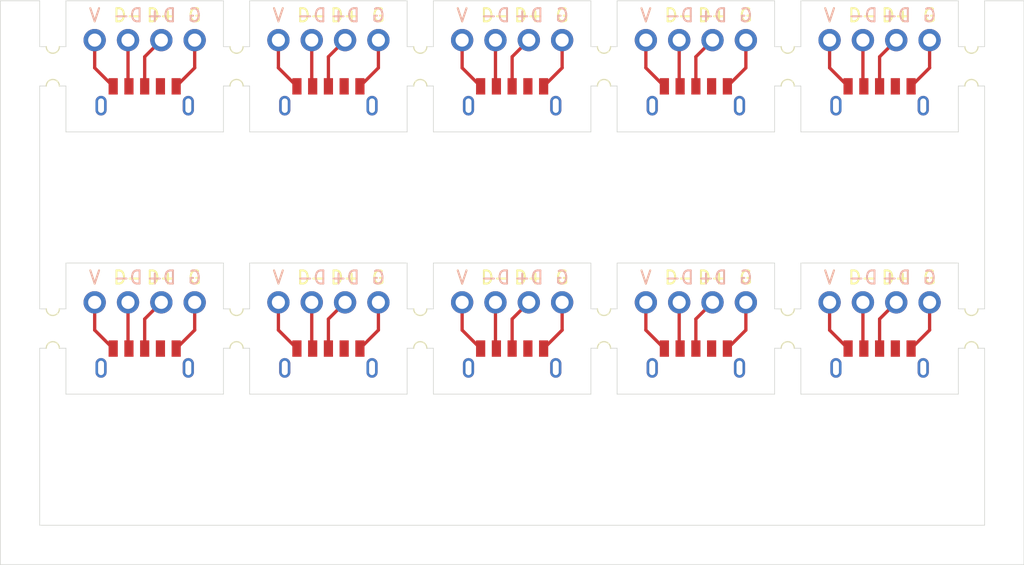
<source format=kicad_pcb>
(kicad_pcb (version 20211014) (generator pcbnew)
  (layers (0 "F.Cu" signal) (31 "B.Cu" signal) (34 "B.Paste" user) (35 "F.Paste" user) (36 "B.SilkS" user "B.Silkscreen") (37 "F.SilkS" user "F.Silkscreen") (38 "B.Mask" user) (39 "F.Mask" user) (44 "Edge.Cuts" user))
  (net 0 "")
  (net 1 "Net-(U1-Pad1)")
  (net 2 "Net-(U1-Pad5)")
  (net 3 "Net-(U1-Pad4)")
  (net 4 "Net-(U1-Pad3)")
  (net 5 "Net-(U1-Pad2)")
  (net 6 "Net-(U1-Pad6)")
  (footprint "htangl:Micro_USB_Male" (layer "F.Cu") (at 58 30)
    (fp_text reference "U1" hide)
    (fp_text value "Male_Micro_USB_Breakout")
    (fp_text user "D-" (at -1.27 -6.89) (layer "B.SilkS") (effects (justify mirror)))
    (fp_text user "D+" (at 1.27 -6.89) (layer "B.SilkS") (effects (justify mirror)))
    (fp_text user "G" (at 3.81 -6.89) (layer "B.SilkS") (effects (justify mirror)))
    (fp_text user "V" (at -3.81 -6.89) (layer "B.SilkS") (effects (justify mirror)))
    (fp_text user "D+" (at 1.27 -6.89) (layer "F.SilkS"))
    (fp_text user "V" (at -3.81 -6.89) (layer "F.SilkS"))
    (fp_text user "G" (at 3.81 -6.89) (layer "F.SilkS"))
    (fp_text user "D-" (at -1.27 -6.89) (layer "F.SilkS"))
    (pad "" np_thru_hole circle locked (at 1.8 0.1) (size 0.9 0.9) (drill 0.9) (layers *.Cu *.Mask))
    (pad "" np_thru_hole circle locked (at -1.8 0.1) (size 0.9 0.9) (drill 0.9) (layers *.Cu *.Mask))
    (pad "1" smd rect locked (at -2.4 -1.475) (size 0.7 1.25) (layers "F.Cu" "F.Paste" "F.Mask"))
    (pad "1" thru_hole circle locked (at -3.81 -5) (size 1.7 1.7) (drill 1) (layers *.Cu *.Mask))
    (pad "2" smd rect locked (at -1.2 -1.475) (size 0.7 1.25) (layers "F.Cu" "F.Paste" "F.Mask"))
    (pad "2" thru_hole circle locked (at -1.27 -5) (size 1.7 1.7) (drill 1) (layers *.Cu *.Mask))
    (pad "3" smd rect locked (at 0 -1.475) (size 0.7 1.25) (layers "F.Cu" "F.Paste" "F.Mask"))
    (pad "3" thru_hole circle locked (at 1.27 -5) (size 1.7 1.7) (drill 1) (layers *.Cu *.Mask))
    (pad "4" smd rect locked (at 1.2 -1.475) (size 0.7 1.25) (layers "F.Cu" "F.Paste" "F.Mask"))
    (pad "5" thru_hole circle locked (at 3.81 -5) (size 1.7 1.7) (drill 1) (layers *.Cu *.Mask))
    (pad "5" smd rect locked (at 2.4 -1.475) (size 0.7 1.25) (layers "F.Cu" "F.Paste" "F.Mask"))
    (pad "6" thru_hole oval locked (at -3.325 0) (size 0.85 1.5) (drill oval 0.45 1.1) (layers *.Cu *.Mask))
    (pad "6" thru_hole oval locked (at 3.325 0) (size 0.85 1.5) (drill oval 0.45 1.1) (layers *.Cu *.Mask))
  )
  (footprint "panelization:mouse-bite-1mm-slot" (layer "F.Cu") (at 65 27 90)
    (fp_text reference "." hide)
    (fp_text value "." hide)
    (fp_arc (start -1.5 -0.5) (mid -1 0) (end -1.5 0.5) (layer "F.SilkS") (width 0.1))
    (fp_arc (start 1.5 0.5) (mid 1 0) (end 1.5 -0.5) (layer "F.SilkS") (width 0.1))
    (pad "" np_thru_hole circle locked (at 0.35 -1 90) (size 0.5 0.5) (drill 0.5) (layers *.Cu *.Mask))
    (pad "" np_thru_hole circle locked (at -1.15 0.75 90) (size 0.5 0.5) (drill 0.5) (layers *.Cu *.Mask))
    (pad "" np_thru_hole circle locked (at 0.35 1 90) (size 0.5 0.5) (drill 0.5) (layers *.Cu *.Mask))
    (pad "" np_thru_hole circle locked (at 1.15 0.75 90) (size 0.5 0.5) (drill 0.5) (layers *.Cu *.Mask))
    (pad "" np_thru_hole circle locked (at 1.15 -0.75 90) (size 0.5 0.5) (drill 0.5) (layers *.Cu *.Mask))
    (pad "" np_thru_hole circle locked (at -0.35 1 90) (size 0.5 0.5) (drill 0.5) (layers *.Cu *.Mask))
    (pad "" np_thru_hole circle locked (at -1.15 -0.75 90) (size 0.5 0.5) (drill 0.5) (layers *.Cu *.Mask))
    (pad "" np_thru_hole circle locked (at -0.35 -1 90) (size 0.5 0.5) (drill 0.5) (layers *.Cu *.Mask))
  )
  (footprint "htangl:Micro_USB_Male" (layer "F.Cu") (at 86 30)
    (fp_text reference "U1" hide)
    (fp_text value "Male_Micro_USB_Breakout")
    (fp_text user "G" (at 3.81 -6.89) (layer "B.SilkS") (effects (justify mirror)))
    (fp_text user "D+" (at 1.27 -6.89) (layer "B.SilkS") (effects (justify mirror)))
    (fp_text user "D-" (at -1.27 -6.89) (layer "B.SilkS") (effects (justify mirror)))
    (fp_text user "V" (at -3.81 -6.89) (layer "B.SilkS") (effects (justify mirror)))
    (fp_text user "G" (at 3.81 -6.89) (layer "F.SilkS"))
    (fp_text user "D-" (at -1.27 -6.89) (layer "F.SilkS"))
    (fp_text user "D+" (at 1.27 -6.89) (layer "F.SilkS"))
    (fp_text user "V" (at -3.81 -6.89) (layer "F.SilkS"))
    (pad "" np_thru_hole circle locked (at -1.8 0.1) (size 0.9 0.9) (drill 0.9) (layers *.Cu *.Mask))
    (pad "" np_thru_hole circle locked (at 1.8 0.1) (size 0.9 0.9) (drill 0.9) (layers *.Cu *.Mask))
    (pad "1" thru_hole circle locked (at -3.81 -5) (size 1.7 1.7) (drill 1) (layers *.Cu *.Mask))
    (pad "1" smd rect locked (at -2.4 -1.475) (size 0.7 1.25) (layers "F.Cu" "F.Paste" "F.Mask"))
    (pad "2" thru_hole circle locked (at -1.27 -5) (size 1.7 1.7) (drill 1) (layers *.Cu *.Mask))
    (pad "2" smd rect locked (at -1.2 -1.475) (size 0.7 1.25) (layers "F.Cu" "F.Paste" "F.Mask"))
    (pad "3" thru_hole circle locked (at 1.27 -5) (size 1.7 1.7) (drill 1) (layers *.Cu *.Mask))
    (pad "3" smd rect locked (at 0 -1.475) (size 0.7 1.25) (layers "F.Cu" "F.Paste" "F.Mask"))
    (pad "4" smd rect locked (at 1.2 -1.475) (size 0.7 1.25) (layers "F.Cu" "F.Paste" "F.Mask"))
    (pad "5" thru_hole circle locked (at 3.81 -5) (size 1.7 1.7) (drill 1) (layers *.Cu *.Mask))
    (pad "5" smd rect locked (at 2.4 -1.475) (size 0.7 1.25) (layers "F.Cu" "F.Paste" "F.Mask"))
    (pad "6" thru_hole oval locked (at -3.325 0) (size 0.85 1.5) (drill oval 0.45 1.1) (layers *.Cu *.Mask))
    (pad "6" thru_hole oval locked (at 3.325 0) (size 0.85 1.5) (drill oval 0.45 1.1) (layers *.Cu *.Mask))
  )
  (footprint "panelization:mouse-bite-1mm-slot" (layer "F.Cu") (at 79 27 90)
    (fp_text reference "." hide)
    (fp_text value "." hide)
    (fp_arc (start -1.5 -0.5) (mid -1 0) (end -1.5 0.5) (layer "F.SilkS") (width 0.1))
    (fp_arc (start 1.5 0.5) (mid 1 0) (end 1.5 -0.5) (layer "F.SilkS") (width 0.1))
    (pad "" np_thru_hole circle locked (at 1.15 0.75 90) (size 0.5 0.5) (drill 0.5) (layers *.Cu *.Mask))
    (pad "" np_thru_hole circle locked (at -1.15 -0.75 90) (size 0.5 0.5) (drill 0.5) (layers *.Cu *.Mask))
    (pad "" np_thru_hole circle locked (at 1.15 -0.75 90) (size 0.5 0.5) (drill 0.5) (layers *.Cu *.Mask))
    (pad "" np_thru_hole circle locked (at -1.15 0.75 90) (size 0.5 0.5) (drill 0.5) (layers *.Cu *.Mask))
    (pad "" np_thru_hole circle locked (at -0.35 -1 90) (size 0.5 0.5) (drill 0.5) (layers *.Cu *.Mask))
    (pad "" np_thru_hole circle locked (at -0.35 1 90) (size 0.5 0.5) (drill 0.5) (layers *.Cu *.Mask))
    (pad "" np_thru_hole circle locked (at 0.35 1 90) (size 0.5 0.5) (drill 0.5) (layers *.Cu *.Mask))
    (pad "" np_thru_hole circle locked (at 0.35 -1 90) (size 0.5 0.5) (drill 0.5) (layers *.Cu *.Mask))
  )
  (footprint "panelization:mouse-bite-1mm-slot" (layer "F.Cu") (at 93 27 90)
    (fp_text reference "." hide)
    (fp_text value "." hide)
    (fp_arc (start -1.5 -0.5) (mid -1 0) (end -1.5 0.5) (layer "F.SilkS") (width 0.1))
    (fp_arc (start 1.5 0.5) (mid 1 0) (end 1.5 -0.5) (layer "F.SilkS") (width 0.1))
    (pad "" np_thru_hole circle locked (at -1.15 -0.75 90) (size 0.5 0.5) (drill 0.5) (layers *.Cu *.Mask))
    (pad "" np_thru_hole circle locked (at 0.35 1 90) (size 0.5 0.5) (drill 0.5) (layers *.Cu *.Mask))
    (pad "" np_thru_hole circle locked (at 1.15 -0.75 90) (size 0.5 0.5) (drill 0.5) (layers *.Cu *.Mask))
    (pad "" np_thru_hole circle locked (at 0.35 -1 90) (size 0.5 0.5) (drill 0.5) (layers *.Cu *.Mask))
    (pad "" np_thru_hole circle locked (at 1.15 0.75 90) (size 0.5 0.5) (drill 0.5) (layers *.Cu *.Mask))
    (pad "" np_thru_hole circle locked (at -1.15 0.75 90) (size 0.5 0.5) (drill 0.5) (layers *.Cu *.Mask))
    (pad "" np_thru_hole circle locked (at -0.35 1 90) (size 0.5 0.5) (drill 0.5) (layers *.Cu *.Mask))
    (pad "" np_thru_hole circle locked (at -0.35 -1 90) (size 0.5 0.5) (drill 0.5) (layers *.Cu *.Mask))
  )
  (footprint "htangl:Micro_USB_Male" (layer "F.Cu") (at 58 50)
    (fp_text reference "U1" hide)
    (fp_text value "Male_Micro_USB_Breakout")
    (fp_text user "D+" (at 1.27 -6.89) (layer "B.SilkS") (effects (justify mirror)))
    (fp_text user "G" (at 3.81 -6.89) (layer "B.SilkS") (effects (justify mirror)))
    (fp_text user "V" (at -3.81 -6.89) (layer "B.SilkS") (effects (justify mirror)))
    (fp_text user "D-" (at -1.27 -6.89) (layer "B.SilkS") (effects (justify mirror)))
    (fp_text user "D+" (at 1.27 -6.89) (layer "F.SilkS"))
    (fp_text user "G" (at 3.81 -6.89) (layer "F.SilkS"))
    (fp_text user "V" (at -3.81 -6.89) (layer "F.SilkS"))
    (fp_text user "D-" (at -1.27 -6.89) (layer "F.SilkS"))
    (pad "" np_thru_hole circle locked (at -1.8 0.1) (size 0.9 0.9) (drill 0.9) (layers *.Cu *.Mask))
    (pad "" np_thru_hole circle locked (at 1.8 0.1) (size 0.9 0.9) (drill 0.9) (layers *.Cu *.Mask))
    (pad "1" smd rect locked (at -2.4 -1.475) (size 0.7 1.25) (layers "F.Cu" "F.Paste" "F.Mask"))
    (pad "1" thru_hole circle locked (at -3.81 -5) (size 1.7 1.7) (drill 1) (layers *.Cu *.Mask))
    (pad "2" smd rect locked (at -1.2 -1.475) (size 0.7 1.25) (layers "F.Cu" "F.Paste" "F.Mask"))
    (pad "2" thru_hole circle locked (at -1.27 -5) (size 1.7 1.7) (drill 1) (layers *.Cu *.Mask))
    (pad "3" smd rect locked (at 0 -1.475) (size 0.7 1.25) (layers "F.Cu" "F.Paste" "F.Mask"))
    (pad "3" thru_hole circle locked (at 1.27 -5) (size 1.7 1.7) (drill 1) (layers *.Cu *.Mask))
    (pad "4" smd rect locked (at 1.2 -1.475) (size 0.7 1.25) (layers "F.Cu" "F.Paste" "F.Mask"))
    (pad "5" thru_hole circle locked (at 3.81 -5) (size 1.7 1.7) (drill 1) (layers *.Cu *.Mask))
    (pad "5" smd rect locked (at 2.4 -1.475) (size 0.7 1.25) (layers "F.Cu" "F.Paste" "F.Mask"))
    (pad "6" thru_hole oval locked (at 3.325 0) (size 0.85 1.5) (drill oval 0.45 1.1) (layers *.Cu *.Mask))
    (pad "6" thru_hole oval locked (at -3.325 0) (size 0.85 1.5) (drill oval 0.45 1.1) (layers *.Cu *.Mask))
  )
  (footprint "panelization:mouse-bite-1mm-slot" (layer "F.Cu") (at 51 47 90)
    (fp_text reference "." hide)
    (fp_text value "." hide)
    (fp_arc (start -1.5 -0.5) (mid -1 0) (end -1.5 0.5) (layer "F.SilkS") (width 0.1))
    (fp_arc (start 1.5 0.5) (mid 1 0) (end 1.5 -0.5) (layer "F.SilkS") (width 0.1))
    (pad "" np_thru_hole circle locked (at -1.15 -0.75 90) (size 0.5 0.5) (drill 0.5) (layers *.Cu *.Mask))
    (pad "" np_thru_hole circle locked (at -0.35 1 90) (size 0.5 0.5) (drill 0.5) (layers *.Cu *.Mask))
    (pad "" np_thru_hole circle locked (at -0.35 -1 90) (size 0.5 0.5) (drill 0.5) (layers *.Cu *.Mask))
    (pad "" np_thru_hole circle locked (at 0.35 -1 90) (size 0.5 0.5) (drill 0.5) (layers *.Cu *.Mask))
    (pad "" np_thru_hole circle locked (at 1.15 -0.75 90) (size 0.5 0.5) (drill 0.5) (layers *.Cu *.Mask))
    (pad "" np_thru_hole circle locked (at 1.15 0.75 90) (size 0.5 0.5) (drill 0.5) (layers *.Cu *.Mask))
    (pad "" np_thru_hole circle locked (at -1.15 0.75 90) (size 0.5 0.5) (drill 0.5) (layers *.Cu *.Mask))
    (pad "" np_thru_hole circle locked (at 0.35 1 90) (size 0.5 0.5) (drill 0.5) (layers *.Cu *.Mask))
  )
  (footprint "htangl:Micro_USB_Male" (layer "F.Cu") (at 72 50)
    (fp_text reference "U1" hide)
    (fp_text value "Male_Micro_USB_Breakout")
    (fp_text user "D+" (at 1.27 -6.89) (layer "B.SilkS") (effects (justify mirror)))
    (fp_text user "G" (at 3.81 -6.89) (layer "B.SilkS") (effects (justify mirror)))
    (fp_text user "D-" (at -1.27 -6.89) (layer "B.SilkS") (effects (justify mirror)))
    (fp_text user "V" (at -3.81 -6.89) (layer "B.SilkS") (effects (justify mirror)))
    (fp_text user "D-" (at -1.27 -6.89) (layer "F.SilkS"))
    (fp_text user "G" (at 3.81 -6.89) (layer "F.SilkS"))
    (fp_text user "V" (at -3.81 -6.89) (layer "F.SilkS"))
    (fp_text user "D+" (at 1.27 -6.89) (layer "F.SilkS"))
    (pad "" np_thru_hole circle locked (at 1.8 0.1) (size 0.9 0.9) (drill 0.9) (layers *.Cu *.Mask))
    (pad "" np_thru_hole circle locked (at -1.8 0.1) (size 0.9 0.9) (drill 0.9) (layers *.Cu *.Mask))
    (pad "1" thru_hole circle locked (at -3.81 -5) (size 1.7 1.7) (drill 1) (layers *.Cu *.Mask))
    (pad "1" smd rect locked (at -2.4 -1.475) (size 0.7 1.25) (layers "F.Cu" "F.Paste" "F.Mask"))
    (pad "2" smd rect locked (at -1.2 -1.475) (size 0.7 1.25) (layers "F.Cu" "F.Paste" "F.Mask"))
    (pad "2" thru_hole circle locked (at -1.27 -5) (size 1.7 1.7) (drill 1) (layers *.Cu *.Mask))
    (pad "3" thru_hole circle locked (at 1.27 -5) (size 1.7 1.7) (drill 1) (layers *.Cu *.Mask))
    (pad "3" smd rect locked (at 0 -1.475) (size 0.7 1.25) (layers "F.Cu" "F.Paste" "F.Mask"))
    (pad "4" smd rect locked (at 1.2 -1.475) (size 0.7 1.25) (layers "F.Cu" "F.Paste" "F.Mask"))
    (pad "5" smd rect locked (at 2.4 -1.475) (size 0.7 1.25) (layers "F.Cu" "F.Paste" "F.Mask"))
    (pad "5" thru_hole circle locked (at 3.81 -5) (size 1.7 1.7) (drill 1) (layers *.Cu *.Mask))
    (pad "6" thru_hole oval locked (at 3.325 0) (size 0.85 1.5) (drill oval 0.45 1.1) (layers *.Cu *.Mask))
    (pad "6" thru_hole oval locked (at -3.325 0) (size 0.85 1.5) (drill oval 0.45 1.1) (layers *.Cu *.Mask))
  )
  (footprint "htangl:Micro_USB_Male" (layer "F.Cu") (at 86 50)
    (fp_text reference "U1" hide)
    (fp_text value "Male_Micro_USB_Breakout")
    (fp_text user "D+" (at 1.27 -6.89) (layer "B.SilkS") (effects (justify mirror)))
    (fp_text user "G" (at 3.81 -6.89) (layer "B.SilkS") (effects (justify mirror)))
    (fp_text user "D-" (at -1.27 -6.89) (layer "B.SilkS") (effects (justify mirror)))
    (fp_text user "V" (at -3.81 -6.89) (layer "B.SilkS") (effects (justify mirror)))
    (fp_text user "G" (at 3.81 -6.89) (layer "F.SilkS"))
    (fp_text user "V" (at -3.81 -6.89) (layer "F.SilkS"))
    (fp_text user "D-" (at -1.27 -6.89) (layer "F.SilkS"))
    (fp_text user "D+" (at 1.27 -6.89) (layer "F.SilkS"))
    (pad "" np_thru_hole circle locked (at -1.8 0.1) (size 0.9 0.9) (drill 0.9) (layers *.Cu *.Mask))
    (pad "" np_thru_hole circle locked (at 1.8 0.1) (size 0.9 0.9) (drill 0.9) (layers *.Cu *.Mask))
    (pad "1" thru_hole circle locked (at -3.81 -5) (size 1.7 1.7) (drill 1) (layers *.Cu *.Mask))
    (pad "1" smd rect locked (at -2.4 -1.475) (size 0.7 1.25) (layers "F.Cu" "F.Paste" "F.Mask"))
    (pad "2" smd rect locked (at -1.2 -1.475) (size 0.7 1.25) (layers "F.Cu" "F.Paste" "F.Mask"))
    (pad "2" thru_hole circle locked (at -1.27 -5) (size 1.7 1.7) (drill 1) (layers *.Cu *.Mask))
    (pad "3" thru_hole circle locked (at 1.27 -5) (size 1.7 1.7) (drill 1) (layers *.Cu *.Mask))
    (pad "3" smd rect locked (at 0 -1.475) (size 0.7 1.25) (layers "F.Cu" "F.Paste" "F.Mask"))
    (pad "4" smd rect locked (at 1.2 -1.475) (size 0.7 1.25) (layers "F.Cu" "F.Paste" "F.Mask"))
    (pad "5" smd rect locked (at 2.4 -1.475) (size 0.7 1.25) (layers "F.Cu" "F.Paste" "F.Mask"))
    (pad "5" thru_hole circle locked (at 3.81 -5) (size 1.7 1.7) (drill 1) (layers *.Cu *.Mask))
    (pad "6" thru_hole oval locked (at 3.325 0) (size 0.85 1.5) (drill oval 0.45 1.1) (layers *.Cu *.Mask))
    (pad "6" thru_hole oval locked (at -3.325 0) (size 0.85 1.5) (drill oval 0.45 1.1) (layers *.Cu *.Mask))
  )
  (footprint "htangl:Micro_USB_Male" (layer "F.Cu") (at 44 50)
    (fp_text reference "U1" hide)
    (fp_text value "Male_Micro_USB_Breakout")
    (fp_text user "V" (at -3.81 -6.89) (layer "B.SilkS") (effects (justify mirror)))
    (fp_text user "G" (at 3.81 -6.89) (layer "B.SilkS") (effects (justify mirror)))
    (fp_text user "D+" (at 1.27 -6.89) (layer "B.SilkS") (effects (justify mirror)))
    (fp_text user "D-" (at -1.27 -6.89) (layer "B.SilkS") (effects (justify mirror)))
    (fp_text user "D-" (at -1.27 -6.89) (layer "F.SilkS"))
    (fp_text user "V" (at -3.81 -6.89) (layer "F.SilkS"))
    (fp_text user "G" (at 3.81 -6.89) (layer "F.SilkS"))
    (fp_text user "D+" (at 1.27 -6.89) (layer "F.SilkS"))
    (pad "" np_thru_hole circle locked (at -1.8 0.1) (size 0.9 0.9) (drill 0.9) (layers *.Cu *.Mask))
    (pad "" np_thru_hole circle locked (at 1.8 0.1) (size 0.9 0.9) (drill 0.9) (layers *.Cu *.Mask))
    (pad "1" thru_hole circle locked (at -3.81 -5) (size 1.7 1.7) (drill 1) (layers *.Cu *.Mask))
    (pad "1" smd rect locked (at -2.4 -1.475) (size 0.7 1.25) (layers "F.Cu" "F.Paste" "F.Mask"))
    (pad "2" smd rect locked (at -1.2 -1.475) (size 0.7 1.25) (layers "F.Cu" "F.Paste" "F.Mask"))
    (pad "2" thru_hole circle locked (at -1.27 -5) (size 1.7 1.7) (drill 1) (layers *.Cu *.Mask))
    (pad "3" thru_hole circle locked (at 1.27 -5) (size 1.7 1.7) (drill 1) (layers *.Cu *.Mask))
    (pad "3" smd rect locked (at 0 -1.475) (size 0.7 1.25) (layers "F.Cu" "F.Paste" "F.Mask"))
    (pad "4" smd rect locked (at 1.2 -1.475) (size 0.7 1.25) (layers "F.Cu" "F.Paste" "F.Mask"))
    (pad "5" thru_hole circle locked (at 3.81 -5) (size 1.7 1.7) (drill 1) (layers *.Cu *.Mask))
    (pad "5" smd rect locked (at 2.4 -1.475) (size 0.7 1.25) (layers "F.Cu" "F.Paste" "F.Mask"))
    (pad "6" thru_hole oval locked (at -3.325 0) (size 0.85 1.5) (drill oval 0.45 1.1) (layers *.Cu *.Mask))
    (pad "6" thru_hole oval locked (at 3.325 0) (size 0.85 1.5) (drill oval 0.45 1.1) (layers *.Cu *.Mask))
  )
  (footprint "panelization:mouse-bite-1mm-slot" (layer "F.Cu") (at 65 47 90)
    (fp_text reference "." hide)
    (fp_text value "." hide)
    (fp_arc (start 1.5 0.5) (mid 1 0) (end 1.5 -0.5) (layer "F.SilkS") (width 0.1))
    (fp_arc (start -1.5 -0.5) (mid -1 0) (end -1.5 0.5) (layer "F.SilkS") (width 0.1))
    (pad "" np_thru_hole circle locked (at 0.35 1 90) (size 0.5 0.5) (drill 0.5) (layers *.Cu *.Mask))
    (pad "" np_thru_hole circle locked (at 1.15 -0.75 90) (size 0.5 0.5) (drill 0.5) (layers *.Cu *.Mask))
    (pad "" np_thru_hole circle locked (at 0.35 -1 90) (size 0.5 0.5) (drill 0.5) (layers *.Cu *.Mask))
    (pad "" np_thru_hole circle locked (at -0.35 -1 90) (size 0.5 0.5) (drill 0.5) (layers *.Cu *.Mask))
    (pad "" np_thru_hole circle locked (at -1.15 -0.75 90) (size 0.5 0.5) (drill 0.5) (layers *.Cu *.Mask))
    (pad "" np_thru_hole circle locked (at -0.35 1 90) (size 0.5 0.5) (drill 0.5) (layers *.Cu *.Mask))
    (pad "" np_thru_hole circle locked (at 1.15 0.75 90) (size 0.5 0.5) (drill 0.5) (layers *.Cu *.Mask))
    (pad "" np_thru_hole circle locked (at -1.15 0.75 90) (size 0.5 0.5) (drill 0.5) (layers *.Cu *.Mask))
  )
  (footprint "htangl:Micro_USB_Male" (layer "F.Cu") (at 30 50)
    (fp_text reference "U1" hide)
    (fp_text value "Male_Micro_USB_Breakout")
    (fp_text user "D-" (at -1.27 -6.89) (layer "B.SilkS") (effects (justify mirror)))
    (fp_text user "G" (at 3.81 -6.89) (layer "B.SilkS") (effects (justify mirror)))
    (fp_text user "V" (at -3.81 -6.89) (layer "B.SilkS") (effects (justify mirror)))
    (fp_text user "D+" (at 1.27 -6.89) (layer "B.SilkS") (effects (justify mirror)))
    (fp_text user "D-" (at -1.27 -6.89) (layer "F.SilkS"))
    (fp_text user "D+" (at 1.27 -6.89) (layer "F.SilkS"))
    (fp_text user "G" (at 3.81 -6.89) (layer "F.SilkS"))
    (fp_text user "V" (at -3.81 -6.89) (layer "F.SilkS"))
    (pad "" np_thru_hole circle locked (at 1.8 0.1) (size 0.9 0.9) (drill 0.9) (layers *.Cu *.Mask))
    (pad "" np_thru_hole circle locked (at -1.8 0.1) (size 0.9 0.9) (drill 0.9) (layers *.Cu *.Mask))
    (pad "1" smd rect locked (at -2.4 -1.475) (size 0.7 1.25) (layers "F.Cu" "F.Paste" "F.Mask"))
    (pad "1" thru_hole circle locked (at -3.81 -5) (size 1.7 1.7) (drill 1) (layers *.Cu *.Mask))
    (pad "2" thru_hole circle locked (at -1.27 -5) (size 1.7 1.7) (drill 1) (layers *.Cu *.Mask))
    (pad "2" smd rect locked (at -1.2 -1.475) (size 0.7 1.25) (layers "F.Cu" "F.Paste" "F.Mask"))
    (pad "3" thru_hole circle locked (at 1.27 -5) (size 1.7 1.7) (drill 1) (layers *.Cu *.Mask))
    (pad "3" smd rect locked (at 0 -1.475) (size 0.7 1.25) (layers "F.Cu" "F.Paste" "F.Mask"))
    (pad "4" smd rect locked (at 1.2 -1.475) (size 0.7 1.25) (layers "F.Cu" "F.Paste" "F.Mask"))
    (pad "5" smd rect locked (at 2.4 -1.475) (size 0.7 1.25) (layers "F.Cu" "F.Paste" "F.Mask"))
    (pad "5" thru_hole circle locked (at 3.81 -5) (size 1.7 1.7) (drill 1) (layers *.Cu *.Mask))
    (pad "6" thru_hole oval locked (at -3.325 0) (size 0.85 1.5) (drill oval 0.45 1.1) (layers *.Cu *.Mask))
    (pad "6" thru_hole oval locked (at 3.325 0) (size 0.85 1.5) (drill oval 0.45 1.1) (layers *.Cu *.Mask))
  )
  (footprint "panelization:mouse-bite-1mm-slot" (layer "F.Cu") (at 79 47 90)
    (fp_text reference "." hide)
    (fp_text value "." hide)
    (fp_arc (start 1.5 0.5) (mid 1 0) (end 1.5 -0.5) (layer "F.SilkS") (width 0.1))
    (fp_arc (start -1.5 -0.5) (mid -1 0) (end -1.5 0.5) (layer "F.SilkS") (width 0.1))
    (pad "" np_thru_hole circle locked (at 1.15 -0.75 90) (size 0.5 0.5) (drill 0.5) (layers *.Cu *.Mask))
    (pad "" np_thru_hole circle locked (at 1.15 0.75 90) (size 0.5 0.5) (drill 0.5) (layers *.Cu *.Mask))
    (pad "" np_thru_hole circle locked (at 0.35 -1 90) (size 0.5 0.5) (drill 0.5) (layers *.Cu *.Mask))
    (pad "" np_thru_hole circle locked (at -0.35 -1 90) (size 0.5 0.5) (drill 0.5) (layers *.Cu *.Mask))
    (pad "" np_thru_hole circle locked (at -1.15 -0.75 90) (size 0.5 0.5) (drill 0.5) (layers *.Cu *.Mask))
    (pad "" np_thru_hole circle locked (at -1.15 0.75 90) (size 0.5 0.5) (drill 0.5) (layers *.Cu *.Mask))
    (pad "" np_thru_hole circle locked (at -0.35 1 90) (size 0.5 0.5) (drill 0.5) (layers *.Cu *.Mask))
    (pad "" np_thru_hole circle locked (at 0.35 1 90) (size 0.5 0.5) (drill 0.5) (layers *.Cu *.Mask))
  )
  (footprint "panelization:mouse-bite-1mm-slot" (layer "F.Cu") (at 37 47 90)
    (fp_text reference "." hide)
    (fp_text value "." hide)
    (fp_arc (start 1.5 0.5) (mid 1 0) (end 1.5 -0.5) (layer "F.SilkS") (width 0.1))
    (fp_arc (start -1.5 -0.5) (mid -1 0) (end -1.5 0.5) (layer "F.SilkS") (width 0.1))
    (pad "" np_thru_hole circle locked (at -0.35 -1 90) (size 0.5 0.5) (drill 0.5) (layers *.Cu *.Mask))
    (pad "" np_thru_hole circle locked (at -0.35 1 90) (size 0.5 0.5) (drill 0.5) (layers *.Cu *.Mask))
    (pad "" np_thru_hole circle locked (at 1.15 -0.75 90) (size 0.5 0.5) (drill 0.5) (layers *.Cu *.Mask))
    (pad "" np_thru_hole circle locked (at -1.15 -0.75 90) (size 0.5 0.5) (drill 0.5) (layers *.Cu *.Mask))
    (pad "" np_thru_hole circle locked (at 1.15 0.75 90) (size 0.5 0.5) (drill 0.5) (layers *.Cu *.Mask))
    (pad "" np_thru_hole circle locked (at -1.15 0.75 90) (size 0.5 0.5) (drill 0.5) (layers *.Cu *.Mask))
    (pad "" np_thru_hole circle locked (at 0.35 -1 90) (size 0.5 0.5) (drill 0.5) (layers *.Cu *.Mask))
    (pad "" np_thru_hole circle locked (at 0.35 1 90) (size 0.5 0.5) (drill 0.5) (layers *.Cu *.Mask))
  )
  (footprint "panelization:mouse-bite-1mm-slot" (layer "F.Cu") (at 23 47 90)
    (fp_text reference "." hide)
    (fp_text value "." hide)
    (fp_arc (start 1.5 0.5) (mid 1 0) (end 1.5 -0.5) (layer "F.SilkS") (width 0.1))
    (fp_arc (start -1.5 -0.5) (mid -1 0) (end -1.5 0.5) (layer "F.SilkS") (width 0.1))
    (pad "" np_thru_hole circle locked (at 0.35 1 90) (size 0.5 0.5) (drill 0.5) (layers *.Cu *.Mask))
    (pad "" np_thru_hole circle locked (at -0.35 -1 90) (size 0.5 0.5) (drill 0.5) (layers *.Cu *.Mask))
    (pad "" np_thru_hole circle locked (at 1.15 -0.75 90) (size 0.5 0.5) (drill 0.5) (layers *.Cu *.Mask))
    (pad "" np_thru_hole circle locked (at 1.15 0.75 90) (size 0.5 0.5) (drill 0.5) (layers *.Cu *.Mask))
    (pad "" np_thru_hole circle locked (at -1.15 0.75 90) (size 0.5 0.5) (drill 0.5) (layers *.Cu *.Mask))
    (pad "" np_thru_hole circle locked (at -1.15 -0.75 90) (size 0.5 0.5) (drill 0.5) (layers *.Cu *.Mask))
    (pad "" np_thru_hole circle locked (at 0.35 -1 90) (size 0.5 0.5) (drill 0.5) (layers *.Cu *.Mask))
    (pad "" np_thru_hole circle locked (at -0.35 1 90) (size 0.5 0.5) (drill 0.5) (layers *.Cu *.Mask))
  )
  (footprint "panelization:mouse-bite-1mm-slot" (layer "F.Cu") (at 93 47 90)
    (fp_text reference "." hide)
    (fp_text value "." hide)
    (fp_arc (start 1.5 0.5) (mid 1 0) (end 1.5 -0.5) (layer "F.SilkS") (width 0.1))
    (fp_arc (start -1.5 -0.5) (mid -1 0) (end -1.5 0.5) (layer "F.SilkS") (width 0.1))
    (pad "" np_thru_hole circle locked (at -0.35 -1 90) (size 0.5 0.5) (drill 0.5) (layers *.Cu *.Mask))
    (pad "" np_thru_hole circle locked (at 1.15 0.75 90) (size 0.5 0.5) (drill 0.5) (layers *.Cu *.Mask))
    (pad "" np_thru_hole circle locked (at -1.15 -0.75 90) (size 0.5 0.5) (drill 0.5) (layers *.Cu *.Mask))
    (pad "" np_thru_hole circle locked (at 0.35 -1 90) (size 0.5 0.5) (drill 0.5) (layers *.Cu *.Mask))
    (pad "" np_thru_hole circle locked (at -1.15 0.75 90) (size 0.5 0.5) (drill 0.5) (layers *.Cu *.Mask))
    (pad "" np_thru_hole circle locked (at 1.15 -0.75 90) (size 0.5 0.5) (drill 0.5) (layers *.Cu *.Mask))
    (pad "" np_thru_hole circle locked (at 0.35 1 90) (size 0.5 0.5) (drill 0.5) (layers *.Cu *.Mask))
    (pad "" np_thru_hole circle locked (at -0.35 1 90) (size 0.5 0.5) (drill 0.5) (layers *.Cu *.Mask))
  )
  (footprint "htangl:Micro_USB_Male" (layer "F.Cu") (at 30 30)
    (fp_text reference "U1" hide)
    (fp_text value "Male_Micro_USB_Breakout")
    (fp_text user "D+" (at 1.27 -6.89) (layer "B.SilkS") (effects (justify mirror)))
    (fp_text user "D-" (at -1.27 -6.89) (layer "B.SilkS") (effects (justify mirror)))
    (fp_text user "G" (at 3.81 -6.89) (layer "B.SilkS") (effects (justify mirror)))
    (fp_text user "V" (at -3.81 -6.89) (layer "B.SilkS") (effects (justify mirror)))
    (fp_text user "G" (at 3.81 -6.89) (layer "F.SilkS"))
    (fp_text user "V" (at -3.81 -6.89) (layer "F.SilkS"))
    (fp_text user "D-" (at -1.27 -6.89) (layer "F.SilkS"))
    (fp_text user "D+" (at 1.27 -6.89) (layer "F.SilkS"))
    (pad "" np_thru_hole circle locked (at 1.8 0.1) (size 0.9 0.9) (drill 0.9) (layers *.Cu *.Mask))
    (pad "" np_thru_hole circle locked (at -1.8 0.1) (size 0.9 0.9) (drill 0.9) (layers *.Cu *.Mask))
    (pad "1" thru_hole circle locked (at -3.81 -5) (size 1.7 1.7) (drill 1) (layers *.Cu *.Mask) (net 1 "Net-(U1-Pad1)"))
    (pad "1" smd rect locked (at -2.4 -1.475) (size 0.7 1.25) (layers "F.Cu" "F.Paste" "F.Mask") (net 1 "Net-(U1-Pad1)"))
    (pad "2" thru_hole circle locked (at -1.27 -5) (size 1.7 1.7) (drill 1) (layers *.Cu *.Mask) (net 5 "Net-(U1-Pad2)"))
    (pad "2" smd rect locked (at -1.2 -1.475) (size 0.7 1.25) (layers "F.Cu" "F.Paste" "F.Mask") (net 5 "Net-(U1-Pad2)"))
    (pad "3" smd rect locked (at 0 -1.475) (size 0.7 1.25) (layers "F.Cu" "F.Paste" "F.Mask") (net 4 "Net-(U1-Pad3)"))
    (pad "3" thru_hole circle locked (at 1.27 -5) (size 1.7 1.7) (drill 1) (layers *.Cu *.Mask) (net 4 "Net-(U1-Pad3)"))
    (pad "4" smd rect locked (at 1.2 -1.475) (size 0.7 1.25) (layers "F.Cu" "F.Paste" "F.Mask") (net 3 "Net-(U1-Pad4)"))
    (pad "5" thru_hole circle locked (at 3.81 -5) (size 1.7 1.7) (drill 1) (layers *.Cu *.Mask) (net 2 "Net-(U1-Pad5)"))
    (pad "5" smd rect locked (at 2.4 -1.475) (size 0.7 1.25) (layers "F.Cu" "F.Paste" "F.Mask") (net 2 "Net-(U1-Pad5)"))
    (pad "6" thru_hole oval locked (at 3.325 0) (size 0.85 1.5) (drill oval 0.45 1.1) (layers *.Cu *.Mask) (net 6 "Net-(U1-Pad6)"))
    (pad "6" thru_hole oval locked (at -3.325 0) (size 0.85 1.5) (drill oval 0.45 1.1) (layers *.Cu *.Mask) (net 6 "Net-(U1-Pad6)"))
  )
  (footprint "panelization:mouse-bite-1mm-slot" (layer "F.Cu") (at 37 27 90)
    (fp_text reference "." hide)
    (fp_text value "." hide)
    (fp_arc (start -1.5 -0.5) (mid -1 0) (end -1.5 0.5) (layer "F.SilkS") (width 0.1))
    (fp_arc (start 1.5 0.5) (mid 1 0) (end 1.5 -0.5) (layer "F.SilkS") (width 0.1))
    (pad "" np_thru_hole circle locked (at 1.15 -0.75 90) (size 0.5 0.5) (drill 0.5) (layers *.Cu *.Mask))
    (pad "" np_thru_hole circle locked (at -0.35 -1 90) (size 0.5 0.5) (drill 0.5) (layers *.Cu *.Mask))
    (pad "" np_thru_hole circle locked (at -0.35 1 90) (size 0.5 0.5) (drill 0.5) (layers *.Cu *.Mask))
    (pad "" np_thru_hole circle locked (at -1.15 -0.75 90) (size 0.5 0.5) (drill 0.5) (layers *.Cu *.Mask))
    (pad "" np_thru_hole circle locked (at 1.15 0.75 90) (size 0.5 0.5) (drill 0.5) (layers *.Cu *.Mask))
    (pad "" np_thru_hole circle locked (at 0.35 1 90) (size 0.5 0.5) (drill 0.5) (layers *.Cu *.Mask))
    (pad "" np_thru_hole circle locked (at -1.15 0.75 90) (size 0.5 0.5) (drill 0.5) (layers *.Cu *.Mask))
    (pad "" np_thru_hole circle locked (at 0.35 -1 90) (size 0.5 0.5) (drill 0.5) (layers *.Cu *.Mask))
  )
  (footprint "htangl:Micro_USB_Male" (layer "F.Cu") (at 44 30)
    (fp_text reference "U1" hide)
    (fp_text value "Male_Micro_USB_Breakout")
    (fp_text user "D+" (at 1.27 -6.89) (layer "B.SilkS") (effects (justify mirror)))
    (fp_text user "D-" (at -1.27 -6.89) (layer "B.SilkS") (effects (justify mirror)))
    (fp_text user "V" (at -3.81 -6.89) (layer "B.SilkS") (effects (justify mirror)))
    (fp_text user "G" (at 3.81 -6.89) (layer "B.SilkS") (effects (justify mirror)))
    (fp_text user "V" (at -3.81 -6.89) (layer "F.SilkS"))
    (fp_text user "D-" (at -1.27 -6.89) (layer "F.SilkS"))
    (fp_text user "D+" (at 1.27 -6.89) (layer "F.SilkS"))
    (fp_text user "G" (at 3.81 -6.89) (layer "F.SilkS"))
    (pad "" np_thru_hole circle locked (at 1.8 0.1) (size 0.9 0.9) (drill 0.9) (layers *.Cu *.Mask))
    (pad "" np_thru_hole circle locked (at -1.8 0.1) (size 0.9 0.9) (drill 0.9) (layers *.Cu *.Mask))
    (pad "1" thru_hole circle locked (at -3.81 -5) (size 1.7 1.7) (drill 1) (layers *.Cu *.Mask))
    (pad "1" smd rect locked (at -2.4 -1.475) (size 0.7 1.25) (layers "F.Cu" "F.Paste" "F.Mask"))
    (pad "2" thru_hole circle locked (at -1.27 -5) (size 1.7 1.7) (drill 1) (layers *.Cu *.Mask))
    (pad "2" smd rect locked (at -1.2 -1.475) (size 0.7 1.25) (layers "F.Cu" "F.Paste" "F.Mask"))
    (pad "3" thru_hole circle locked (at 1.27 -5) (size 1.7 1.7) (drill 1) (layers *.Cu *.Mask))
    (pad "3" smd rect locked (at 0 -1.475) (size 0.7 1.25) (layers "F.Cu" "F.Paste" "F.Mask"))
    (pad "4" smd rect locked (at 1.2 -1.475) (size 0.7 1.25) (layers "F.Cu" "F.Paste" "F.Mask"))
    (pad "5" thru_hole circle locked (at 3.81 -5) (size 1.7 1.7) (drill 1) (layers *.Cu *.Mask))
    (pad "5" smd rect locked (at 2.4 -1.475) (size 0.7 1.25) (layers "F.Cu" "F.Paste" "F.Mask"))
    (pad "6" thru_hole oval locked (at 3.325 0) (size 0.85 1.5) (drill oval 0.45 1.1) (layers *.Cu *.Mask))
    (pad "6" thru_hole oval locked (at -3.325 0) (size 0.85 1.5) (drill oval 0.45 1.1) (layers *.Cu *.Mask))
  )
  (footprint "htangl:Micro_USB_Male" (layer "F.Cu") (at 72 30)
    (fp_text reference "U1" hide)
    (fp_text value "Male_Micro_USB_Breakout")
    (fp_text user "D+" (at 1.27 -6.89) (layer "B.SilkS") (effects (justify mirror)))
    (fp_text user "G" (at 3.81 -6.89) (layer "B.SilkS") (effects (justify mirror)))
    (fp_text user "D-" (at -1.27 -6.89) (layer "B.SilkS") (effects (justify mirror)))
    (fp_text user "V" (at -3.81 -6.89) (layer "B.SilkS") (effects (justify mirror)))
    (fp_text user "V" (at -3.81 -6.89) (layer "F.SilkS"))
    (fp_text user "D+" (at 1.27 -6.89) (layer "F.SilkS"))
    (fp_text user "G" (at 3.81 -6.89) (layer "F.SilkS"))
    (fp_text user "D-" (at -1.27 -6.89) (layer "F.SilkS"))
    (pad "" np_thru_hole circle locked (at -1.8 0.1) (size 0.9 0.9) (drill 0.9) (layers *.Cu *.Mask))
    (pad "" np_thru_hole circle locked (at 1.8 0.1) (size 0.9 0.9) (drill 0.9) (layers *.Cu *.Mask))
    (pad "1" smd rect locked (at -2.4 -1.475) (size 0.7 1.25) (layers "F.Cu" "F.Paste" "F.Mask"))
    (pad "1" thru_hole circle locked (at -3.81 -5) (size 1.7 1.7) (drill 1) (layers *.Cu *.Mask))
    (pad "2" thru_hole circle locked (at -1.27 -5) (size 1.7 1.7) (drill 1) (layers *.Cu *.Mask))
    (pad "2" smd rect locked (at -1.2 -1.475) (size 0.7 1.25) (layers "F.Cu" "F.Paste" "F.Mask"))
    (pad "3" smd rect locked (at 0 -1.475) (size 0.7 1.25) (layers "F.Cu" "F.Paste" "F.Mask"))
    (pad "3" thru_hole circle locked (at 1.27 -5) (size 1.7 1.7) (drill 1) (layers *.Cu *.Mask))
    (pad "4" smd rect locked (at 1.2 -1.475) (size 0.7 1.25) (layers "F.Cu" "F.Paste" "F.Mask"))
    (pad "5" thru_hole circle locked (at 3.81 -5) (size 1.7 1.7) (drill 1) (layers *.Cu *.Mask))
    (pad "5" smd rect locked (at 2.4 -1.475) (size 0.7 1.25) (layers "F.Cu" "F.Paste" "F.Mask"))
    (pad "6" thru_hole oval locked (at 3.325 0) (size 0.85 1.5) (drill oval 0.45 1.1) (layers *.Cu *.Mask))
    (pad "6" thru_hole oval locked (at -3.325 0) (size 0.85 1.5) (drill oval 0.45 1.1) (layers *.Cu *.Mask))
  )
  (footprint "panelization:mouse-bite-1mm-slot" (layer "F.Cu") (at 23 27 90)
    (fp_text reference "." hide)
    (fp_text value "." hide)
    (fp_arc (start -1.5 -0.5) (mid -1 0) (end -1.5 0.5) (layer "F.SilkS") (width 0.1))
    (fp_arc (start 1.5 0.5) (mid 1 0) (end 1.5 -0.5) (layer "F.SilkS") (width 0.1))
    (pad "" np_thru_hole circle locked (at 0.35 -1 90) (size 0.5 0.5) (drill 0.5) (layers *.Cu *.Mask))
    (pad "" np_thru_hole circle locked (at -0.35 -1 90) (size 0.5 0.5) (drill 0.5) (layers *.Cu *.Mask))
    (pad "" np_thru_hole circle locked (at 0.35 1 90) (size 0.5 0.5) (drill 0.5) (layers *.Cu *.Mask))
    (pad "" np_thru_hole circle locked (at -0.35 1 90) (size 0.5 0.5) (drill 0.5) (layers *.Cu *.Mask))
    (pad "" np_thru_hole circle locked (at -1.15 0.75 90) (size 0.5 0.5) (drill 0.5) (layers *.Cu *.Mask))
    (pad "" np_thru_hole circle locked (at 1.15 -0.75 90) (size 0.5 0.5) (drill 0.5) (layers *.Cu *.Mask))
    (pad "" np_thru_hole circle locked (at -1.15 -0.75 90) (size 0.5 0.5) (drill 0.5) (layers *.Cu *.Mask))
    (pad "" np_thru_hole circle locked (at 1.15 0.75 90) (size 0.5 0.5) (drill 0.5) (layers *.Cu *.Mask))
  )
  (footprint "panelization:mouse-bite-1mm-slot" (layer "F.Cu") (at 51 27 90)
    (fp_text reference "." hide)
    (fp_text value "." hide)
    (fp_arc (start -1.5 -0.5) (mid -1 0) (end -1.5 0.5) (layer "F.SilkS") (width 0.1))
    (fp_arc (start 1.5 0.5) (mid 1 0) (end 1.5 -0.5) (layer "F.SilkS") (width 0.1))
    (pad "" np_thru_hole circle locked (at 0.35 -1 90) (size 0.5 0.5) (drill 0.5) (layers *.Cu *.Mask))
    (pad "" np_thru_hole circle locked (at -0.35 1 90) (size 0.5 0.5) (drill 0.5) (layers *.Cu *.Mask))
    (pad "" np_thru_hole circle locked (at 1.15 0.75 90) (size 0.5 0.5) (drill 0.5) (layers *.Cu *.Mask))
    (pad "" np_thru_hole circle locked (at 1.15 -0.75 90) (size 0.5 0.5) (drill 0.5) (layers *.Cu *.Mask))
    (pad "" np_thru_hole circle locked (at -1.15 -0.75 90) (size 0.5 0.5) (drill 0.5) (layers *.Cu *.Mask))
    (pad "" np_thru_hole circle locked (at -0.35 -1 90) (size 0.5 0.5) (drill 0.5) (layers *.Cu *.Mask))
    (pad "" np_thru_hole circle locked (at -1.15 0.75 90) (size 0.5 0.5) (drill 0.5) (layers *.Cu *.Mask))
    (pad "" np_thru_hole circle locked (at 0.35 1 90) (size 0.5 0.5) (drill 0.5) (layers *.Cu *.Mask))
  )
  (gr_line (start 52 22) (end 64 22) (layer "Edge.Cuts") (width 0.05))
  (gr_line (start 64 32) (end 52 32) (layer "Edge.Cuts") (width 0.05))
  (gr_line (start 65.5 28.5) (end 66 28.5) (layer "Edge.Cuts") (width 0.05))
  (gr_line (start 65.5 25.5) (end 66 25.5) (layer "Edge.Cuts") (width 0.05))
  (gr_arc (start 65.5 25.5) (mid 65 26) (end 64.5 25.5) (layer "Edge.Cuts") (width 0.05))
  (gr_line (start 64.5 25.5) (end 64 25.5) (layer "Edge.Cuts") (width 0.05))
  (gr_arc (start 64.5 28.5) (mid 65 28) (end 65.5 28.5) (layer "Edge.Cuts") (width 0.05))
  (gr_line (start 64.5 28.5) (end 64 28.5) (layer "Edge.Cuts") (width 0.05))
  (gr_line (start 80 22) (end 92 22) (layer "Edge.Cuts") (width 0.05))
  (gr_line (start 92 32) (end 80 32) (layer "Edge.Cuts") (width 0.05))
  (gr_line (start 79.5 25.5) (end 80 25.5) (layer "Edge.Cuts") (width 0.05))
  (gr_line (start 78.5 28.5) (end 78 28.5) (layer "Edge.Cuts") (width 0.05))
  (gr_arc (start 78.5 28.5) (mid 79 28) (end 79.5 28.5) (layer "Edge.Cuts") (width 0.05))
  (gr_line (start 78.5 25.5) (end 78 25.5) (layer "Edge.Cuts") (width 0.05))
  (gr_arc (start 79.5 25.5) (mid 79 26) (end 78.5 25.5) (layer "Edge.Cuts") (width 0.05))
  (gr_line (start 79.5 28.5) (end 80 28.5) (layer "Edge.Cuts") (width 0.05))
  (gr_line (start 80 22) (end 80 25.5) (layer "Edge.Cuts") (width 0.05))
  (gr_line (start 78 22) (end 78 25.5) (layer "Edge.Cuts") (width 0.05))
  (gr_line (start 78 32) (end 78 28.5) (layer "Edge.Cuts") (width 0.05))
  (gr_line (start 80 32) (end 80 28.5) (layer "Edge.Cuts") (width 0.05))
  (gr_line (start 93.5 28.5) (end 94 28.5) (layer "Edge.Cuts") (width 0.05))
  (gr_line (start 93.5 25.5) (end 94 25.5) (layer "Edge.Cuts") (width 0.05))
  (gr_arc (start 93.5 25.5) (mid 93 26) (end 92.5 25.5) (layer "Edge.Cuts") (width 0.05))
  (gr_line (start 92.5 25.5) (end 92 25.5) (layer "Edge.Cuts") (width 0.05))
  (gr_arc (start 92.5 28.5) (mid 93 28) (end 93.5 28.5) (layer "Edge.Cuts") (width 0.05))
  (gr_line (start 92.5 28.5) (end 92 28.5) (layer "Edge.Cuts") (width 0.05))
  (gr_line (start 37.5 48.5) (end 38 48.5) (layer "Edge.Cuts") (width 0.05))
  (gr_line (start 38 48.5) (end 38 52) (layer "Edge.Cuts") (width 0.05))
  (gr_line (start 38 45.5) (end 38 42) (layer "Edge.Cuts") (width 0.05))
  (gr_line (start 37.5 45.5) (end 38 45.5) (layer "Edge.Cuts") (width 0.05))
  (gr_line (start 38 42) (end 50 42) (layer "Edge.Cuts") (width 0.05))
  (gr_line (start 50 52) (end 38 52) (layer "Edge.Cuts") (width 0.05))
  (gr_line (start 64 52) (end 52 52) (layer "Edge.Cuts") (width 0.05))
  (gr_line (start 51.5 45.5) (end 52 45.5) (layer "Edge.Cuts") (width 0.05))
  (gr_line (start 65.5 45.5) (end 66 45.5) (layer "Edge.Cuts") (width 0.05))
  (gr_line (start 78.5 48.5) (end 78 48.5) (layer "Edge.Cuts") (width 0.05))
  (gr_arc (start 79.5 45.5) (mid 79 46) (end 78.5 45.5) (layer "Edge.Cuts") (width 0.05))
  (gr_line (start 50.5 45.5) (end 50 45.5) (layer "Edge.Cuts") (width 0.05))
  (gr_arc (start 50.5 48.5) (mid 51 48) (end 51.5 48.5) (layer "Edge.Cuts") (width 0.05))
  (gr_line (start 78 52) (end 66 52) (layer "Edge.Cuts") (width 0.05))
  (gr_line (start 92 52) (end 80 52) (layer "Edge.Cuts") (width 0.05))
  (gr_line (start 51.5 48.5) (end 52 48.5) (layer "Edge.Cuts") (width 0.05))
  (gr_arc (start 51.5 45.5) (mid 51 46) (end 50.5 45.5) (layer "Edge.Cuts") (width 0.05))
  (gr_line (start 64.5 48.5) (end 64 48.5) (layer "Edge.Cuts") (width 0.05))
  (gr_arc (start 64.5 48.5) (mid 65 48) (end 65.5 48.5) (layer "Edge.Cuts") (width 0.05))
  (gr_line (start 64.5 45.5) (end 64 45.5) (layer "Edge.Cuts") (width 0.05))
  (gr_line (start 80 42) (end 92 42) (layer "Edge.Cuts") (width 0.05))
  (gr_line (start 78.5 45.5) (end 78 45.5) (layer "Edge.Cuts") (width 0.05))
  (gr_arc (start 65.5 45.5) (mid 65 46) (end 64.5 45.5) (layer "Edge.Cuts") (width 0.05))
  (gr_line (start 79.5 48.5) (end 80 48.5) (layer "Edge.Cuts") (width 0.05))
  (gr_line (start 78 42) (end 78 45.5) (layer "Edge.Cuts") (width 0.05))
  (gr_line (start 80 42) (end 80 45.5) (layer "Edge.Cuts") (width 0.05))
  (gr_line (start 52 42) (end 64 42) (layer "Edge.Cuts") (width 0.05))
  (gr_line (start 65.5 48.5) (end 66 48.5) (layer "Edge.Cuts") (width 0.05))
  (gr_line (start 50.5 48.5) (end 50 48.5) (layer "Edge.Cuts") (width 0.05))
  (gr_line (start 66 42) (end 78 42) (layer "Edge.Cuts") (width 0.05))
  (gr_line (start 79.5 45.5) (end 80 45.5) (layer "Edge.Cuts") (width 0.05))
  (gr_arc (start 78.5 48.5) (mid 79 48) (end 79.5 48.5) (layer "Edge.Cuts") (width 0.05))
  (gr_arc (start 37.5 45.5) (mid 37 46) (end 36.5 45.5) (layer "Edge.Cuts") (width 0.05))
  (gr_line (start 24 42) (end 36 42) (layer "Edge.Cuts") (width 0.05))
  (gr_line (start 36 45.5) (end 36 42) (layer "Edge.Cuts") (width 0.05))
  (gr_line (start 36.5 45.5) (end 36 45.5) (layer "Edge.Cuts") (width 0.05))
  (gr_line (start 36 52) (end 24 52) (layer "Edge.Cuts") (width 0.05))
  (gr_arc (start 36.5 48.5) (mid 37 48) (end 37.5 48.5) (layer "Edge.Cuts") (width 0.05))
  (gr_line (start 36 52) (end 36 48.5) (layer "Edge.Cuts") (width 0.05))
  (gr_line (start 36.5 48.5) (end 36 48.5) (layer "Edge.Cuts") (width 0.05))
  (gr_line (start 22.5 48.5) (end 22 48.5) (layer "Edge.Cuts") (width 0.05))
  (gr_line (start 92.5 45.5) (end 92 45.5) (layer "Edge.Cuts") (width 0.05))
  (gr_line (start 92.5 48.5) (end 92 48.5) (layer "Edge.Cuts") (width 0.05))
  (gr_arc (start 23.5 45.5) (mid 23 46) (end 22.5 45.5) (layer "Edge.Cuts") (width 0.05))
  (gr_line (start 22.5 45.5) (end 22 45.5) (layer "Edge.Cuts") (width 0.05))
  (gr_line (start 93.5 48.5) (end 94 48.5) (layer "Edge.Cuts") (width 0.05))
  (gr_line (start 78 52) (end 78 48.5) (layer "Edge.Cuts") (width 0.05))
  (gr_line (start 93.5 45.5) (end 94 45.5) (layer "Edge.Cuts") (width 0.05))
  (gr_arc (start 92.5 48.5) (mid 93 48) (end 93.5 48.5) (layer "Edge.Cuts") (width 0.05))
  (gr_line (start 23.5 48.5) (end 24 48.5) (layer "Edge.Cuts") (width 0.05))
  (gr_line (start 80 52) (end 80 48.5) (layer "Edge.Cuts") (width 0.05))
  (gr_arc (start 22.5 48.5) (mid 23 48) (end 23.5 48.5) (layer "Edge.Cuts") (width 0.05))
  (gr_line (start 23.5 45.5) (end 24 45.5) (layer "Edge.Cuts") (width 0.05))
  (gr_arc (start 93.5 45.5) (mid 93 46) (end 92.5 45.5) (layer "Edge.Cuts") (width 0.05))
  (gr_line (start 50 22) (end 50 25.5) (layer "Edge.Cuts") (width 0.05))
  (gr_line (start 50 28.5) (end 50 32) (layer "Edge.Cuts") (width 0.05))
  (gr_line (start 52 28.5) (end 52 32) (layer "Edge.Cuts") (width 0.05))
  (gr_line (start 52 25.5) (end 52 22) (layer "Edge.Cuts") (width 0.05))
  (gr_line (start 64 25.5) (end 64 22) (layer "Edge.Cuts") (width 0.05))
  (gr_line (start 64 28.5) (end 64 32) (layer "Edge.Cuts") (width 0.05))
  (gr_line (start 66 28.5) (end 66 32) (layer "Edge.Cuts") (width 0.05))
  (gr_line (start 66 25.5) (end 66 22) (layer "Edge.Cuts") (width 0.05))
  (gr_line (start 92 25.5) (end 92 22) (layer "Edge.Cuts") (width 0.05))
  (gr_line (start 92 28.5) (end 92 32) (layer "Edge.Cuts") (width 0.05))
  (gr_line (start 92 42) (end 92 45.5) (layer "Edge.Cuts") (width 0.05))
  (gr_line (start 92 52) (end 92 48.5) (layer "Edge.Cuts") (width 0.05))
  (gr_line (start 66 45.5) (end 66 42) (layer "Edge.Cuts") (width 0.05))
  (gr_line (start 66 48.5) (end 66 52) (layer "Edge.Cuts") (width 0.05))
  (gr_line (start 64 52) (end 64 48.5) (layer "Edge.Cuts") (width 0.05))
  (gr_line (start 64 45.5) (end 64 42) (layer "Edge.Cuts") (width 0.05))
  (gr_line (start 52 45.5) (end 52 42) (layer "Edge.Cuts") (width 0.05))
  (gr_line (start 52 48.5) (end 52 52) (layer "Edge.Cuts") (width 0.05))
  (gr_line (start 50 48.5) (end 50 52) (layer "Edge.Cuts") (width 0.05))
  (gr_line (start 50 45.5) (end 50 42) (layer "Edge.Cuts") (width 0.05))
  (gr_line (start 24 42) (end 24 45.5) (layer "Edge.Cuts") (width 0.05))
  (gr_line (start 24 52) (end 24 48.5) (layer "Edge.Cuts") (width 0.05))
  (gr_line (start 22 45.5) (end 22 28.5) (layer "Edge.Cuts") (width 0.05))
  (gr_line (start 94 28.5) (end 94 45.5) (layer "Edge.Cuts") (width 0.05))
  (gr_line (start 22 62) (end 22 48.5) (layer "Edge.Cuts") (width 0.05))
  (gr_line (start 22 22) (end 22 25.5) (layer "Edge.Cuts") (width 0.05))
  (gr_line (start 24 25.5) (end 24 22) (layer "Edge.Cuts") (width 0.05))
  (gr_line (start 24 28.5) (end 24 32) (layer "Edge.Cuts") (width 0.05))
  (gr_line (start 36 25.5) (end 36 22) (layer "Edge.Cuts") (width 0.05))
  (gr_line (start 36 32) (end 36 28.5) (layer "Edge.Cuts") (width 0.05))
  (gr_line (start 50 32) (end 38 32) (layer "Edge.Cuts") (width 0.05))
  (gr_line (start 38 22) (end 50 22) (layer "Edge.Cuts") (width 0.05))
  (gr_line (start 38 25.5) (end 38 22) (layer "Edge.Cuts") (width 0.05))
  (gr_line (start 38 28.5) (end 38 32) (layer "Edge.Cuts") (width 0.05))
  (gr_line (start 78 32) (end 66 32) (layer "Edge.Cuts") (width 0.05))
  (gr_arc (start 36.5 28.5) (mid 37 28) (end 37.5 28.5) (layer "Edge.Cuts") (width 0.05))
  (gr_arc (start 37.5 25.5) (mid 37 26) (end 36.5 25.5) (layer "Edge.Cuts") (width 0.05))
  (gr_line (start 36.5 28.5) (end 36 28.5) (layer "Edge.Cuts") (width 0.05))
  (gr_line (start 36 32) (end 24 32) (layer "Edge.Cuts") (width 0.05))
  (gr_line (start 51.5 25.5) (end 52 25.5) (layer "Edge.Cuts") (width 0.05))
  (gr_line (start 97 65) (end 19 65) (layer "Edge.Cuts") (width 0.05))
  (gr_line (start 97 22) (end 97 65) (layer "Edge.Cuts") (width 0.05))
  (gr_line (start 22.5 25.5) (end 22 25.5) (layer "Edge.Cuts") (width 0.05))
  (gr_arc (start 51.5 25.5) (mid 51 26) (end 50.5 25.5) (layer "Edge.Cuts") (width 0.05))
  (gr_line (start 51.5 28.5) (end 52 28.5) (layer "Edge.Cuts") (width 0.05))
  (gr_arc (start 50.5 28.5) (mid 51 28) (end 51.5 28.5) (layer "Edge.Cuts") (width 0.05))
  (gr_line (start 66 22) (end 78 22) (layer "Edge.Cuts") (width 0.05))
  (gr_line (start 19 22) (end 22 22) (layer "Edge.Cuts") (width 0.05))
  (gr_line (start 94 48.5) (end 94 62) (layer "Edge.Cuts") (width 0.05))
  (gr_line (start 37.5 28.5) (end 38 28.5) (layer "Edge.Cuts") (width 0.05))
  (gr_arc (start 22.5 28.5) (mid 23 28) (end 23.5 28.5) (layer "Edge.Cuts") (width 0.05))
  (gr_line (start 24 22) (end 36 22) (layer "Edge.Cuts") (width 0.05))
  (gr_line (start 94 25.5) (end 94 22) (layer "Edge.Cuts") (width 0.05))
  (gr_line (start 23.5 25.5) (end 24 25.5) (layer "Edge.Cuts") (width 0.05))
  (gr_line (start 36.5 25.5) (end 36 25.5) (layer "Edge.Cuts") (width 0.05))
  (gr_line (start 94 62) (end 22 62) (layer "Edge.Cuts") (width 0.05))
  (gr_line (start 37.5 25.5) (end 38 25.5) (layer "Edge.Cuts") (width 0.05))
  (gr_arc (start 23.5 25.5) (mid 23 26) (end 22.5 25.5) (layer "Edge.Cuts") (width 0.05))
  (gr_line (start 94 22) (end 97 22) (layer "Edge.Cuts") (width 0.05))
  (gr_line (start 50.5 25.5) (end 50 25.5) (layer "Edge.Cuts") (width 0.05))
  (gr_line (start 50.5 28.5) (end 50 28.5) (layer "Edge.Cuts") (width 0.05))
  (gr_line (start 19 65) (end 19 22) (layer "Edge.Cuts") (width 0.05))
  (gr_line (start 23.5 28.5) (end 24 28.5) (layer "Edge.Cuts") (width 0.05))
  (gr_line (start 22.5 28.5) (end 22 28.5) (layer "Edge.Cuts") (width 0.05))
  (segment (start 58 26.27) (end 58 28.525) (width 0.25) (layer "F.Cu") (net 0))
  (segment (start 54.19 25) (end 54.19 27.115) (width 0.25) (layer "F.Cu") (net 0))
  (segment (start 61.81 27.115) (end 60.4 28.525) (width 0.25) (layer "F.Cu") (net 0))
  (segment (start 61.81 25) (end 61.81 27.115) (width 0.25) (layer "F.Cu") (net 0))
  (segment (start 59.27 25) (end 58 26.27) (width 0.25) (layer "F.Cu") (net 0))
  (segment (start 56.73 28.455) (end 56.8 28.525) (width 0.25) (layer "F.Cu") (net 0))
  (segment (start 56.73 25) (end 56.73 28.455) (width 0.25) (layer "F.Cu") (net 0))
  (segment (start 54.19 27.115) (end 55.6 28.525) (width 0.25) (layer "F.Cu") (net 0))
  (segment (start 72 26.27) (end 72 28.525) (width 0.25) (layer "F.Cu") (net 0))
  (segment (start 68.19 25) (end 68.19 27.115) (width 0.25) (layer "F.Cu") (net 0))
  (segment (start 75.81 27.115) (end 74.4 28.525) (width 0.25) (layer "F.Cu") (net 0))
  (segment (start 75.81 25) (end 75.81 27.115) (width 0.25) (layer "F.Cu") (net 0))
  (segment (start 73.27 25) (end 72 26.27) (width 0.25) (layer "F.Cu") (net 0))
  (segment (start 70.73 28.455) (end 70.8 28.525) (width 0.25) (layer "F.Cu") (net 0))
  (segment (start 70.73 25) (end 70.73 28.455) (width 0.25) (layer "F.Cu") (net 0))
  (segment (start 68.19 27.115) (end 69.6 28.525) (width 0.25) (layer "F.Cu") (net 0))
  (segment (start 42.73 48.455) (end 42.8 48.525) (width 0.25) (layer "F.Cu") (net 0))
  (segment (start 40.19 47.115) (end 41.6 48.525) (width 0.25) (layer "F.Cu") (net 0))
  (segment (start 30 46.27) (end 30 48.525) (width 0.25) (layer "F.Cu") (net 0))
  (segment (start 26.19 45) (end 26.19 47.115) (width 0.25) (layer "F.Cu") (net 0))
  (segment (start 44 46.27) (end 44 48.525) (width 0.25) (layer "F.Cu") (net 0))
  (segment (start 40.19 45) (end 40.19 47.115) (width 0.25) (layer "F.Cu") (net 0))
  (segment (start 45.27 45) (end 44 46.27) (width 0.25) (layer "F.Cu") (net 0))
  (segment (start 42.73 45) (end 42.73 48.455) (width 0.25) (layer "F.Cu") (net 0))
  (segment (start 33.81 47.115) (end 32.4 48.525) (width 0.25) (layer "F.Cu") (net 0))
  (segment (start 33.81 45) (end 33.81 47.115) (width 0.25) (layer "F.Cu") (net 0))
  (segment (start 31.27 45) (end 30 46.27) (width 0.25) (layer "F.Cu") (net 0))
  (segment (start 28.73 48.455) (end 28.8 48.525) (width 0.25) (layer "F.Cu") (net 0))
  (segment (start 28.73 45) (end 28.73 48.455) (width 0.25) (layer "F.Cu") (net 0))
  (segment (start 47.81 47.115) (end 46.4 48.525) (width 0.25) (layer "F.Cu") (net 0))
  (segment (start 47.81 45) (end 47.81 47.115) (width 0.25) (layer "F.Cu") (net 0))
  (segment (start 26.19 47.115) (end 27.6 48.525) (width 0.25) (layer "F.Cu") (net 0))
  (segment (start 56.73 48.455) (end 56.8 48.525) (width 0.25) (layer "F.Cu") (net 0))
  (segment (start 75.81 47.115) (end 74.4 48.525) (width 0.25) (layer "F.Cu") (net 0))
  (segment (start 54.19 47.115) (end 55.6 48.525) (width 0.25) (layer "F.Cu") (net 0))
  (segment (start 73.27 45) (end 72 46.27) (width 0.25) (layer "F.Cu") (net 0))
  (segment (start 70.73 48.455) (end 70.8 48.525) (width 0.25) (layer "F.Cu") (net 0))
  (segment (start 68.19 45) (end 68.19 47.115) (width 0.25) (layer "F.Cu") (net 0))
  (segment (start 58 46.27) (end 58 48.525) (width 0.25) (layer "F.Cu") (net 0))
  (segment (start 54.19 45) (end 54.19 47.115) (width 0.25) (layer "F.Cu") (net 0))
  (segment (start 61.81 45) (end 61.81 47.115) (width 0.25) (layer "F.Cu") (net 0))
  (segment (start 59.27 45) (end 58 46.27) (width 0.25) (layer "F.Cu") (net 0))
  (segment (start 61.81 47.115) (end 60.4 48.525) (width 0.25) (layer "F.Cu") (net 0))
  (segment (start 56.73 45) (end 56.73 48.455) (width 0.25) (layer "F.Cu") (net 0))
  (segment (start 75.81 45) (end 75.81 47.115) (width 0.25) (layer "F.Cu") (net 0))
  (segment (start 70.73 45) (end 70.73 48.455) (width 0.25) (layer "F.Cu") (net 0))
  (segment (start 87.27 45) (end 86 46.27) (width 0.25) (layer "F.Cu") (net 0))
  (segment (start 86 46.27) (end 86 48.525) (width 0.25) (layer "F.Cu") (net 0))
  (segment (start 82.19 45) (end 82.19 47.115) (width 0.25) (layer "F.Cu") (net 0))
  (segment (start 89.81 47.115) (end 88.4 48.525) (width 0.25) (layer "F.Cu") (net 0))
  (segment (start 68.19 47.115) (end 69.6 48.525) (width 0.25) (layer "F.Cu") (net 0))
  (segment (start 72 46.27) (end 72 48.525) (width 0.25) (layer "F.Cu") (net 0))
  (segment (start 89.81 45) (end 89.81 47.115) (width 0.25) (layer "F.Cu") (net 0))
  (segment (start 84.73 48.455) (end 84.8 48.525) (width 0.25) (layer "F.Cu") (net 0))
  (segment (start 84.73 45) (end 84.73 48.455) (width 0.25) (layer "F.Cu") (net 0))
  (segment (start 82.19 47.115) (end 83.6 48.525) (width 0.25) (layer "F.Cu") (net 0))
  (segment (start 45.27 25) (end 44 26.27) (width 0.25) (layer "F.Cu") (net 0))
  (segment (start 40.19 25) (end 40.19 27.115) (width 0.25) (layer "F.Cu") (net 0))
  (segment (start 40.19 27.115) (end 41.6 28.525) (width 0.25) (layer "F.Cu") (net 0))
  (segment (start 47.81 25) (end 47.81 27.115) (width 0.25) (layer "F.Cu") (net 0))
  (segment (start 47.81 27.115) (end 46.4 28.525) (width 0.25) (layer "F.Cu") (net 0))
  (segment (start 42.73 28.455) (end 42.8 28.525) (width 0.25) (layer "F.Cu") (net 0))
  (segment (start 44 26.27) (end 44 28.525) (width 0.25) (layer "F.Cu") (net 0))
  (segment (start 42.73 25) (end 42.73 28.455) (width 0.25) (layer "F.Cu") (net 0))
  (segment (start 84.73 28.455) (end 84.8 28.525) (width 0.25) (layer "F.Cu") (net 0))
  (segment (start 87.27 25) (end 86 26.27) (width 0.25) (layer "F.Cu") (net 0))
  (segment (start 89.81 25) (end 89.81 27.115) (width 0.25) (layer "F.Cu") (net 0))
  (segment (start 82.19 27.115) (end 83.6 28.525) (width 0.25) (layer "F.Cu") (net 0))
  (segment (start 82.19 25) (end 82.19 27.115) (width 0.25) (layer "F.Cu") (net 0))
  (segment (start 89.81 27.115) (end 88.4 28.525) (width 0.25) (layer "F.Cu") (net 0))
  (segment (start 84.73 25) (end 84.73 28.455) (width 0.25) (layer "F.Cu") (net 0))
  (segment (start 86 26.27) (end 86 28.525) (width 0.25) (layer "F.Cu") (net 0))
  (segment (start 26.19 27.115) (end 27.6 28.525) (width 0.25) (layer "F.Cu") (net 1))
  (segment (start 26.19 25) (end 26.19 27.115) (width 0.25) (layer "F.Cu") (net 1))
  (segment (start 33.81 27.115) (end 32.4 28.525) (width 0.25) (layer "F.Cu") (net 2))
  (segment (start 33.81 25) (end 33.81 27.115) (width 0.25) (layer "F.Cu") (net 2))
  (segment (start 30 26.27) (end 30 28.525) (width 0.25) (layer "F.Cu") (net 4))
  (segment (start 31.27 25) (end 30 26.27) (width 0.25) (layer "F.Cu") (net 4))
  (segment (start 28.73 28.455) (end 28.8 28.525) (width 0.25) (layer "F.Cu") (net 5))
  (segment (start 28.73 25) (end 28.73 28.455) (width 0.25) (layer "F.Cu") (net 5))
)
</source>
